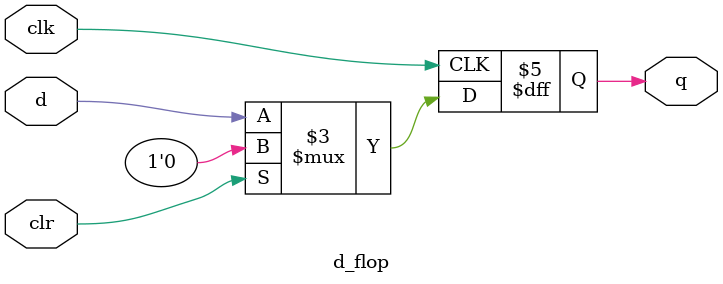
<source format=v>

module d_flop(
    q,
    d,
    clk,
    clr
);

input d, clk, clr;
output reg q;

always @(negedge clk)
begin
    if (clr)
        q <= 0;
    else
        q <= d;    
end

endmodule
</source>
